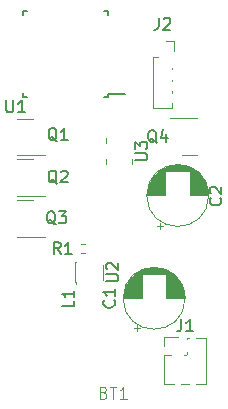
<source format=gbr>
%TF.GenerationSoftware,KiCad,Pcbnew,7.0.7*%
%TF.CreationDate,2024-03-31T00:03:08-06:00*%
%TF.ProjectId,timer,74696d65-722e-46b6-9963-61645f706362,rev?*%
%TF.SameCoordinates,Original*%
%TF.FileFunction,Legend,Top*%
%TF.FilePolarity,Positive*%
%FSLAX46Y46*%
G04 Gerber Fmt 4.6, Leading zero omitted, Abs format (unit mm)*
G04 Created by KiCad (PCBNEW 7.0.7) date 2024-03-31 00:03:08*
%MOMM*%
%LPD*%
G01*
G04 APERTURE LIST*
%ADD10C,0.150000*%
%ADD11C,0.100000*%
%ADD12C,0.120000*%
G04 APERTURE END LIST*
D10*
X219215897Y-87804831D02*
X219120659Y-87757212D01*
X219120659Y-87757212D02*
X219025421Y-87661974D01*
X219025421Y-87661974D02*
X218882564Y-87519116D01*
X218882564Y-87519116D02*
X218787326Y-87471497D01*
X218787326Y-87471497D02*
X218692088Y-87471497D01*
X218739707Y-87709593D02*
X218644469Y-87661974D01*
X218644469Y-87661974D02*
X218549231Y-87566735D01*
X218549231Y-87566735D02*
X218501612Y-87376259D01*
X218501612Y-87376259D02*
X218501612Y-87042926D01*
X218501612Y-87042926D02*
X218549231Y-86852450D01*
X218549231Y-86852450D02*
X218644469Y-86757212D01*
X218644469Y-86757212D02*
X218739707Y-86709593D01*
X218739707Y-86709593D02*
X218930183Y-86709593D01*
X218930183Y-86709593D02*
X219025421Y-86757212D01*
X219025421Y-86757212D02*
X219120659Y-86852450D01*
X219120659Y-86852450D02*
X219168278Y-87042926D01*
X219168278Y-87042926D02*
X219168278Y-87376259D01*
X219168278Y-87376259D02*
X219120659Y-87566735D01*
X219120659Y-87566735D02*
X219025421Y-87661974D01*
X219025421Y-87661974D02*
X218930183Y-87709593D01*
X218930183Y-87709593D02*
X218739707Y-87709593D01*
X220025421Y-87042926D02*
X220025421Y-87709593D01*
X219787326Y-86661974D02*
X219549231Y-87376259D01*
X219549231Y-87376259D02*
X220168278Y-87376259D01*
X210654761Y-94700057D02*
X210559523Y-94652438D01*
X210559523Y-94652438D02*
X210464285Y-94557200D01*
X210464285Y-94557200D02*
X210321428Y-94414342D01*
X210321428Y-94414342D02*
X210226190Y-94366723D01*
X210226190Y-94366723D02*
X210130952Y-94366723D01*
X210178571Y-94604819D02*
X210083333Y-94557200D01*
X210083333Y-94557200D02*
X209988095Y-94461961D01*
X209988095Y-94461961D02*
X209940476Y-94271485D01*
X209940476Y-94271485D02*
X209940476Y-93938152D01*
X209940476Y-93938152D02*
X209988095Y-93747676D01*
X209988095Y-93747676D02*
X210083333Y-93652438D01*
X210083333Y-93652438D02*
X210178571Y-93604819D01*
X210178571Y-93604819D02*
X210369047Y-93604819D01*
X210369047Y-93604819D02*
X210464285Y-93652438D01*
X210464285Y-93652438D02*
X210559523Y-93747676D01*
X210559523Y-93747676D02*
X210607142Y-93938152D01*
X210607142Y-93938152D02*
X210607142Y-94271485D01*
X210607142Y-94271485D02*
X210559523Y-94461961D01*
X210559523Y-94461961D02*
X210464285Y-94557200D01*
X210464285Y-94557200D02*
X210369047Y-94604819D01*
X210369047Y-94604819D02*
X210178571Y-94604819D01*
X210940476Y-93604819D02*
X211559523Y-93604819D01*
X211559523Y-93604819D02*
X211226190Y-93985771D01*
X211226190Y-93985771D02*
X211369047Y-93985771D01*
X211369047Y-93985771D02*
X211464285Y-94033390D01*
X211464285Y-94033390D02*
X211511904Y-94081009D01*
X211511904Y-94081009D02*
X211559523Y-94176247D01*
X211559523Y-94176247D02*
X211559523Y-94414342D01*
X211559523Y-94414342D02*
X211511904Y-94509580D01*
X211511904Y-94509580D02*
X211464285Y-94557200D01*
X211464285Y-94557200D02*
X211369047Y-94604819D01*
X211369047Y-94604819D02*
X211083333Y-94604819D01*
X211083333Y-94604819D02*
X210988095Y-94557200D01*
X210988095Y-94557200D02*
X210940476Y-94509580D01*
X206488095Y-84204819D02*
X206488095Y-85014342D01*
X206488095Y-85014342D02*
X206535714Y-85109580D01*
X206535714Y-85109580D02*
X206583333Y-85157200D01*
X206583333Y-85157200D02*
X206678571Y-85204819D01*
X206678571Y-85204819D02*
X206869047Y-85204819D01*
X206869047Y-85204819D02*
X206964285Y-85157200D01*
X206964285Y-85157200D02*
X207011904Y-85109580D01*
X207011904Y-85109580D02*
X207059523Y-85014342D01*
X207059523Y-85014342D02*
X207059523Y-84204819D01*
X208059523Y-85204819D02*
X207488095Y-85204819D01*
X207773809Y-85204819D02*
X207773809Y-84204819D01*
X207773809Y-84204819D02*
X207678571Y-84347676D01*
X207678571Y-84347676D02*
X207583333Y-84442914D01*
X207583333Y-84442914D02*
X207488095Y-84490533D01*
X210779761Y-87650057D02*
X210684523Y-87602438D01*
X210684523Y-87602438D02*
X210589285Y-87507200D01*
X210589285Y-87507200D02*
X210446428Y-87364342D01*
X210446428Y-87364342D02*
X210351190Y-87316723D01*
X210351190Y-87316723D02*
X210255952Y-87316723D01*
X210303571Y-87554819D02*
X210208333Y-87507200D01*
X210208333Y-87507200D02*
X210113095Y-87411961D01*
X210113095Y-87411961D02*
X210065476Y-87221485D01*
X210065476Y-87221485D02*
X210065476Y-86888152D01*
X210065476Y-86888152D02*
X210113095Y-86697676D01*
X210113095Y-86697676D02*
X210208333Y-86602438D01*
X210208333Y-86602438D02*
X210303571Y-86554819D01*
X210303571Y-86554819D02*
X210494047Y-86554819D01*
X210494047Y-86554819D02*
X210589285Y-86602438D01*
X210589285Y-86602438D02*
X210684523Y-86697676D01*
X210684523Y-86697676D02*
X210732142Y-86888152D01*
X210732142Y-86888152D02*
X210732142Y-87221485D01*
X210732142Y-87221485D02*
X210684523Y-87411961D01*
X210684523Y-87411961D02*
X210589285Y-87507200D01*
X210589285Y-87507200D02*
X210494047Y-87554819D01*
X210494047Y-87554819D02*
X210303571Y-87554819D01*
X211684523Y-87554819D02*
X211113095Y-87554819D01*
X211398809Y-87554819D02*
X211398809Y-86554819D01*
X211398809Y-86554819D02*
X211303571Y-86697676D01*
X211303571Y-86697676D02*
X211208333Y-86792914D01*
X211208333Y-86792914D02*
X211113095Y-86840533D01*
X224609580Y-92461553D02*
X224657200Y-92509172D01*
X224657200Y-92509172D02*
X224704819Y-92652029D01*
X224704819Y-92652029D02*
X224704819Y-92747267D01*
X224704819Y-92747267D02*
X224657200Y-92890124D01*
X224657200Y-92890124D02*
X224561961Y-92985362D01*
X224561961Y-92985362D02*
X224466723Y-93032981D01*
X224466723Y-93032981D02*
X224276247Y-93080600D01*
X224276247Y-93080600D02*
X224133390Y-93080600D01*
X224133390Y-93080600D02*
X223942914Y-93032981D01*
X223942914Y-93032981D02*
X223847676Y-92985362D01*
X223847676Y-92985362D02*
X223752438Y-92890124D01*
X223752438Y-92890124D02*
X223704819Y-92747267D01*
X223704819Y-92747267D02*
X223704819Y-92652029D01*
X223704819Y-92652029D02*
X223752438Y-92509172D01*
X223752438Y-92509172D02*
X223800057Y-92461553D01*
X223800057Y-92080600D02*
X223752438Y-92032981D01*
X223752438Y-92032981D02*
X223704819Y-91937743D01*
X223704819Y-91937743D02*
X223704819Y-91699648D01*
X223704819Y-91699648D02*
X223752438Y-91604410D01*
X223752438Y-91604410D02*
X223800057Y-91556791D01*
X223800057Y-91556791D02*
X223895295Y-91509172D01*
X223895295Y-91509172D02*
X223990533Y-91509172D01*
X223990533Y-91509172D02*
X224133390Y-91556791D01*
X224133390Y-91556791D02*
X224704819Y-92128219D01*
X224704819Y-92128219D02*
X224704819Y-91509172D01*
X217404819Y-89261904D02*
X218214342Y-89261904D01*
X218214342Y-89261904D02*
X218309580Y-89214285D01*
X218309580Y-89214285D02*
X218357200Y-89166666D01*
X218357200Y-89166666D02*
X218404819Y-89071428D01*
X218404819Y-89071428D02*
X218404819Y-88880952D01*
X218404819Y-88880952D02*
X218357200Y-88785714D01*
X218357200Y-88785714D02*
X218309580Y-88738095D01*
X218309580Y-88738095D02*
X218214342Y-88690476D01*
X218214342Y-88690476D02*
X217404819Y-88690476D01*
X217404819Y-88309523D02*
X217404819Y-87690476D01*
X217404819Y-87690476D02*
X217785771Y-88023809D01*
X217785771Y-88023809D02*
X217785771Y-87880952D01*
X217785771Y-87880952D02*
X217833390Y-87785714D01*
X217833390Y-87785714D02*
X217881009Y-87738095D01*
X217881009Y-87738095D02*
X217976247Y-87690476D01*
X217976247Y-87690476D02*
X218214342Y-87690476D01*
X218214342Y-87690476D02*
X218309580Y-87738095D01*
X218309580Y-87738095D02*
X218357200Y-87785714D01*
X218357200Y-87785714D02*
X218404819Y-87880952D01*
X218404819Y-87880952D02*
X218404819Y-88166666D01*
X218404819Y-88166666D02*
X218357200Y-88261904D01*
X218357200Y-88261904D02*
X218309580Y-88309523D01*
X221301666Y-102739819D02*
X221301666Y-103454104D01*
X221301666Y-103454104D02*
X221254047Y-103596961D01*
X221254047Y-103596961D02*
X221158809Y-103692200D01*
X221158809Y-103692200D02*
X221015952Y-103739819D01*
X221015952Y-103739819D02*
X220920714Y-103739819D01*
X222301666Y-103739819D02*
X221730238Y-103739819D01*
X222015952Y-103739819D02*
X222015952Y-102739819D01*
X222015952Y-102739819D02*
X221920714Y-102882676D01*
X221920714Y-102882676D02*
X221825476Y-102977914D01*
X221825476Y-102977914D02*
X221730238Y-103025533D01*
X210779761Y-91250057D02*
X210684523Y-91202438D01*
X210684523Y-91202438D02*
X210589285Y-91107200D01*
X210589285Y-91107200D02*
X210446428Y-90964342D01*
X210446428Y-90964342D02*
X210351190Y-90916723D01*
X210351190Y-90916723D02*
X210255952Y-90916723D01*
X210303571Y-91154819D02*
X210208333Y-91107200D01*
X210208333Y-91107200D02*
X210113095Y-91011961D01*
X210113095Y-91011961D02*
X210065476Y-90821485D01*
X210065476Y-90821485D02*
X210065476Y-90488152D01*
X210065476Y-90488152D02*
X210113095Y-90297676D01*
X210113095Y-90297676D02*
X210208333Y-90202438D01*
X210208333Y-90202438D02*
X210303571Y-90154819D01*
X210303571Y-90154819D02*
X210494047Y-90154819D01*
X210494047Y-90154819D02*
X210589285Y-90202438D01*
X210589285Y-90202438D02*
X210684523Y-90297676D01*
X210684523Y-90297676D02*
X210732142Y-90488152D01*
X210732142Y-90488152D02*
X210732142Y-90821485D01*
X210732142Y-90821485D02*
X210684523Y-91011961D01*
X210684523Y-91011961D02*
X210589285Y-91107200D01*
X210589285Y-91107200D02*
X210494047Y-91154819D01*
X210494047Y-91154819D02*
X210303571Y-91154819D01*
X211113095Y-90250057D02*
X211160714Y-90202438D01*
X211160714Y-90202438D02*
X211255952Y-90154819D01*
X211255952Y-90154819D02*
X211494047Y-90154819D01*
X211494047Y-90154819D02*
X211589285Y-90202438D01*
X211589285Y-90202438D02*
X211636904Y-90250057D01*
X211636904Y-90250057D02*
X211684523Y-90345295D01*
X211684523Y-90345295D02*
X211684523Y-90440533D01*
X211684523Y-90440533D02*
X211636904Y-90583390D01*
X211636904Y-90583390D02*
X211065476Y-91154819D01*
X211065476Y-91154819D02*
X211684523Y-91154819D01*
X212204819Y-101166666D02*
X212204819Y-101642856D01*
X212204819Y-101642856D02*
X211204819Y-101642856D01*
X212204819Y-100309523D02*
X212204819Y-100880951D01*
X212204819Y-100595237D02*
X211204819Y-100595237D01*
X211204819Y-100595237D02*
X211347676Y-100690475D01*
X211347676Y-100690475D02*
X211442914Y-100785713D01*
X211442914Y-100785713D02*
X211490533Y-100880951D01*
X215609580Y-101121779D02*
X215657200Y-101169398D01*
X215657200Y-101169398D02*
X215704819Y-101312255D01*
X215704819Y-101312255D02*
X215704819Y-101407493D01*
X215704819Y-101407493D02*
X215657200Y-101550350D01*
X215657200Y-101550350D02*
X215561961Y-101645588D01*
X215561961Y-101645588D02*
X215466723Y-101693207D01*
X215466723Y-101693207D02*
X215276247Y-101740826D01*
X215276247Y-101740826D02*
X215133390Y-101740826D01*
X215133390Y-101740826D02*
X214942914Y-101693207D01*
X214942914Y-101693207D02*
X214847676Y-101645588D01*
X214847676Y-101645588D02*
X214752438Y-101550350D01*
X214752438Y-101550350D02*
X214704819Y-101407493D01*
X214704819Y-101407493D02*
X214704819Y-101312255D01*
X214704819Y-101312255D02*
X214752438Y-101169398D01*
X214752438Y-101169398D02*
X214800057Y-101121779D01*
X215704819Y-100169398D02*
X215704819Y-100740826D01*
X215704819Y-100455112D02*
X214704819Y-100455112D01*
X214704819Y-100455112D02*
X214847676Y-100550350D01*
X214847676Y-100550350D02*
X214942914Y-100645588D01*
X214942914Y-100645588D02*
X214990533Y-100740826D01*
X214954819Y-99511904D02*
X215764342Y-99511904D01*
X215764342Y-99511904D02*
X215859580Y-99464285D01*
X215859580Y-99464285D02*
X215907200Y-99416666D01*
X215907200Y-99416666D02*
X215954819Y-99321428D01*
X215954819Y-99321428D02*
X215954819Y-99130952D01*
X215954819Y-99130952D02*
X215907200Y-99035714D01*
X215907200Y-99035714D02*
X215859580Y-98988095D01*
X215859580Y-98988095D02*
X215764342Y-98940476D01*
X215764342Y-98940476D02*
X214954819Y-98940476D01*
X215050057Y-98511904D02*
X215002438Y-98464285D01*
X215002438Y-98464285D02*
X214954819Y-98369047D01*
X214954819Y-98369047D02*
X214954819Y-98130952D01*
X214954819Y-98130952D02*
X215002438Y-98035714D01*
X215002438Y-98035714D02*
X215050057Y-97988095D01*
X215050057Y-97988095D02*
X215145295Y-97940476D01*
X215145295Y-97940476D02*
X215240533Y-97940476D01*
X215240533Y-97940476D02*
X215383390Y-97988095D01*
X215383390Y-97988095D02*
X215954819Y-98559523D01*
X215954819Y-98559523D02*
X215954819Y-97940476D01*
D11*
X214714285Y-108933609D02*
X214857142Y-108981228D01*
X214857142Y-108981228D02*
X214904761Y-109028847D01*
X214904761Y-109028847D02*
X214952380Y-109124085D01*
X214952380Y-109124085D02*
X214952380Y-109266942D01*
X214952380Y-109266942D02*
X214904761Y-109362180D01*
X214904761Y-109362180D02*
X214857142Y-109409800D01*
X214857142Y-109409800D02*
X214761904Y-109457419D01*
X214761904Y-109457419D02*
X214380952Y-109457419D01*
X214380952Y-109457419D02*
X214380952Y-108457419D01*
X214380952Y-108457419D02*
X214714285Y-108457419D01*
X214714285Y-108457419D02*
X214809523Y-108505038D01*
X214809523Y-108505038D02*
X214857142Y-108552657D01*
X214857142Y-108552657D02*
X214904761Y-108647895D01*
X214904761Y-108647895D02*
X214904761Y-108743133D01*
X214904761Y-108743133D02*
X214857142Y-108838371D01*
X214857142Y-108838371D02*
X214809523Y-108885990D01*
X214809523Y-108885990D02*
X214714285Y-108933609D01*
X214714285Y-108933609D02*
X214380952Y-108933609D01*
X215238095Y-108457419D02*
X215809523Y-108457419D01*
X215523809Y-109457419D02*
X215523809Y-108457419D01*
X216666666Y-109457419D02*
X216095238Y-109457419D01*
X216380952Y-109457419D02*
X216380952Y-108457419D01*
X216380952Y-108457419D02*
X216285714Y-108600276D01*
X216285714Y-108600276D02*
X216190476Y-108695514D01*
X216190476Y-108695514D02*
X216095238Y-108743133D01*
D10*
X219376666Y-77204819D02*
X219376666Y-77919104D01*
X219376666Y-77919104D02*
X219329047Y-78061961D01*
X219329047Y-78061961D02*
X219233809Y-78157200D01*
X219233809Y-78157200D02*
X219090952Y-78204819D01*
X219090952Y-78204819D02*
X218995714Y-78204819D01*
X219805238Y-77300057D02*
X219852857Y-77252438D01*
X219852857Y-77252438D02*
X219948095Y-77204819D01*
X219948095Y-77204819D02*
X220186190Y-77204819D01*
X220186190Y-77204819D02*
X220281428Y-77252438D01*
X220281428Y-77252438D02*
X220329047Y-77300057D01*
X220329047Y-77300057D02*
X220376666Y-77395295D01*
X220376666Y-77395295D02*
X220376666Y-77490533D01*
X220376666Y-77490533D02*
X220329047Y-77633390D01*
X220329047Y-77633390D02*
X219757619Y-78204819D01*
X219757619Y-78204819D02*
X220376666Y-78204819D01*
X211083333Y-97204819D02*
X210750000Y-96728628D01*
X210511905Y-97204819D02*
X210511905Y-96204819D01*
X210511905Y-96204819D02*
X210892857Y-96204819D01*
X210892857Y-96204819D02*
X210988095Y-96252438D01*
X210988095Y-96252438D02*
X211035714Y-96300057D01*
X211035714Y-96300057D02*
X211083333Y-96395295D01*
X211083333Y-96395295D02*
X211083333Y-96538152D01*
X211083333Y-96538152D02*
X211035714Y-96633390D01*
X211035714Y-96633390D02*
X210988095Y-96681009D01*
X210988095Y-96681009D02*
X210892857Y-96728628D01*
X210892857Y-96728628D02*
X210511905Y-96728628D01*
X212035714Y-97204819D02*
X211464286Y-97204819D01*
X211750000Y-97204819D02*
X211750000Y-96204819D01*
X211750000Y-96204819D02*
X211654762Y-96347676D01*
X211654762Y-96347676D02*
X211559524Y-96442914D01*
X211559524Y-96442914D02*
X211464286Y-96490533D01*
D12*
%TO.C,Q4*%
X222000000Y-85690000D02*
X220325000Y-85690000D01*
X222000000Y-85690000D02*
X222650000Y-85690000D01*
X222000000Y-88810000D02*
X221350000Y-88810000D01*
X222000000Y-88810000D02*
X222650000Y-88810000D01*
%TO.C,Q3*%
X208062500Y-95760000D02*
X209737500Y-95760000D01*
X208062500Y-95760000D02*
X207412500Y-95760000D01*
X208062500Y-92640000D02*
X208712500Y-92640000D01*
X208062500Y-92640000D02*
X207412500Y-92640000D01*
D10*
%TO.C,U1*%
X215125000Y-83875000D02*
X215125000Y-83650000D01*
X215125000Y-83875000D02*
X214800000Y-83875000D01*
X215125000Y-83650000D02*
X216550000Y-83650000D01*
X215125000Y-76625000D02*
X215125000Y-76950000D01*
X215125000Y-76625000D02*
X214800000Y-76625000D01*
X207875000Y-83875000D02*
X208200000Y-83875000D01*
X207875000Y-83875000D02*
X207875000Y-83550000D01*
X207875000Y-76625000D02*
X208200000Y-76625000D01*
X207875000Y-76625000D02*
X207875000Y-76950000D01*
D12*
%TO.C,Q1*%
X208062500Y-88860000D02*
X209737500Y-88860000D01*
X208062500Y-88860000D02*
X207412500Y-88860000D01*
X208062500Y-85740000D02*
X208712500Y-85740000D01*
X208062500Y-85740000D02*
X207412500Y-85740000D01*
%TO.C,C2*%
X223620000Y-92250000D02*
G75*
G03*
X223620000Y-92250000I-2620000J0D01*
G01*
X220716000Y-89649000D02*
X221284000Y-89649000D01*
X220482000Y-89689000D02*
X221518000Y-89689000D01*
X220323000Y-89729000D02*
X221677000Y-89729000D01*
X220195000Y-89769000D02*
X221805000Y-89769000D01*
X220085000Y-89809000D02*
X221915000Y-89809000D01*
X219989000Y-89849000D02*
X222011000Y-89849000D01*
X219902000Y-89889000D02*
X222098000Y-89889000D01*
X219822000Y-89929000D02*
X222178000Y-89929000D01*
X219749000Y-89969000D02*
X222251000Y-89969000D01*
X219681000Y-90009000D02*
X222319000Y-90009000D01*
X219617000Y-90049000D02*
X222383000Y-90049000D01*
X219557000Y-90089000D02*
X222443000Y-90089000D01*
X219500000Y-90129000D02*
X222500000Y-90129000D01*
X219446000Y-90169000D02*
X222554000Y-90169000D01*
X219395000Y-90209000D02*
X222605000Y-90209000D01*
X222040000Y-90249000D02*
X222653000Y-90249000D01*
X219347000Y-90249000D02*
X219960000Y-90249000D01*
X222040000Y-90289000D02*
X222699000Y-90289000D01*
X219301000Y-90289000D02*
X219960000Y-90289000D01*
X222040000Y-90329000D02*
X222743000Y-90329000D01*
X219257000Y-90329000D02*
X219960000Y-90329000D01*
X222040000Y-90369000D02*
X222785000Y-90369000D01*
X219215000Y-90369000D02*
X219960000Y-90369000D01*
X222040000Y-90409000D02*
X222826000Y-90409000D01*
X219174000Y-90409000D02*
X219960000Y-90409000D01*
X222040000Y-90449000D02*
X222864000Y-90449000D01*
X219136000Y-90449000D02*
X219960000Y-90449000D01*
X222040000Y-90489000D02*
X222901000Y-90489000D01*
X219099000Y-90489000D02*
X219960000Y-90489000D01*
X222040000Y-90529000D02*
X222937000Y-90529000D01*
X219063000Y-90529000D02*
X219960000Y-90529000D01*
X222040000Y-90569000D02*
X222971000Y-90569000D01*
X219029000Y-90569000D02*
X219960000Y-90569000D01*
X222040000Y-90609000D02*
X223004000Y-90609000D01*
X218996000Y-90609000D02*
X219960000Y-90609000D01*
X222040000Y-90649000D02*
X223035000Y-90649000D01*
X218965000Y-90649000D02*
X219960000Y-90649000D01*
X222040000Y-90689000D02*
X223065000Y-90689000D01*
X218935000Y-90689000D02*
X219960000Y-90689000D01*
X222040000Y-90729000D02*
X223095000Y-90729000D01*
X218905000Y-90729000D02*
X219960000Y-90729000D01*
X222040000Y-90769000D02*
X223122000Y-90769000D01*
X218878000Y-90769000D02*
X219960000Y-90769000D01*
X222040000Y-90809000D02*
X223149000Y-90809000D01*
X218851000Y-90809000D02*
X219960000Y-90809000D01*
X222040000Y-90849000D02*
X223175000Y-90849000D01*
X218825000Y-90849000D02*
X219960000Y-90849000D01*
X222040000Y-90889000D02*
X223200000Y-90889000D01*
X218800000Y-90889000D02*
X219960000Y-90889000D01*
X222040000Y-90929000D02*
X223224000Y-90929000D01*
X218776000Y-90929000D02*
X219960000Y-90929000D01*
X222040000Y-90969000D02*
X223247000Y-90969000D01*
X218753000Y-90969000D02*
X219960000Y-90969000D01*
X222040000Y-91009000D02*
X223268000Y-91009000D01*
X218732000Y-91009000D02*
X219960000Y-91009000D01*
X222040000Y-91049000D02*
X223290000Y-91049000D01*
X218710000Y-91049000D02*
X219960000Y-91049000D01*
X222040000Y-91089000D02*
X223310000Y-91089000D01*
X218690000Y-91089000D02*
X219960000Y-91089000D01*
X222040000Y-91129000D02*
X223329000Y-91129000D01*
X218671000Y-91129000D02*
X219960000Y-91129000D01*
X222040000Y-91169000D02*
X223348000Y-91169000D01*
X218652000Y-91169000D02*
X219960000Y-91169000D01*
X222040000Y-91209000D02*
X223365000Y-91209000D01*
X218635000Y-91209000D02*
X219960000Y-91209000D01*
X222040000Y-91249000D02*
X223382000Y-91249000D01*
X218618000Y-91249000D02*
X219960000Y-91249000D01*
X222040000Y-91289000D02*
X223398000Y-91289000D01*
X218602000Y-91289000D02*
X219960000Y-91289000D01*
X222040000Y-91329000D02*
X223414000Y-91329000D01*
X218586000Y-91329000D02*
X219960000Y-91329000D01*
X222040000Y-91369000D02*
X223428000Y-91369000D01*
X218572000Y-91369000D02*
X219960000Y-91369000D01*
X222040000Y-91409000D02*
X223442000Y-91409000D01*
X218558000Y-91409000D02*
X219960000Y-91409000D01*
X222040000Y-91449000D02*
X223455000Y-91449000D01*
X218545000Y-91449000D02*
X219960000Y-91449000D01*
X222040000Y-91489000D02*
X223468000Y-91489000D01*
X218532000Y-91489000D02*
X219960000Y-91489000D01*
X222040000Y-91529000D02*
X223480000Y-91529000D01*
X218520000Y-91529000D02*
X219960000Y-91529000D01*
X222040000Y-91570000D02*
X223491000Y-91570000D01*
X218509000Y-91570000D02*
X219960000Y-91570000D01*
X222040000Y-91610000D02*
X223501000Y-91610000D01*
X218499000Y-91610000D02*
X219960000Y-91610000D01*
X222040000Y-91650000D02*
X223511000Y-91650000D01*
X218489000Y-91650000D02*
X219960000Y-91650000D01*
X222040000Y-91690000D02*
X223520000Y-91690000D01*
X218480000Y-91690000D02*
X219960000Y-91690000D01*
X222040000Y-91730000D02*
X223528000Y-91730000D01*
X218472000Y-91730000D02*
X219960000Y-91730000D01*
X222040000Y-91770000D02*
X223536000Y-91770000D01*
X218464000Y-91770000D02*
X219960000Y-91770000D01*
X222040000Y-91810000D02*
X223543000Y-91810000D01*
X218457000Y-91810000D02*
X219960000Y-91810000D01*
X222040000Y-91850000D02*
X223550000Y-91850000D01*
X218450000Y-91850000D02*
X219960000Y-91850000D01*
X222040000Y-91890000D02*
X223556000Y-91890000D01*
X218444000Y-91890000D02*
X219960000Y-91890000D01*
X222040000Y-91930000D02*
X223561000Y-91930000D01*
X218439000Y-91930000D02*
X219960000Y-91930000D01*
X222040000Y-91970000D02*
X223565000Y-91970000D01*
X218435000Y-91970000D02*
X219960000Y-91970000D01*
X222040000Y-92010000D02*
X223569000Y-92010000D01*
X218431000Y-92010000D02*
X219960000Y-92010000D01*
X222040000Y-92050000D02*
X223573000Y-92050000D01*
X218427000Y-92050000D02*
X219960000Y-92050000D01*
X222040000Y-92090000D02*
X223576000Y-92090000D01*
X218424000Y-92090000D02*
X219960000Y-92090000D01*
X222040000Y-92130000D02*
X223578000Y-92130000D01*
X218422000Y-92130000D02*
X219960000Y-92130000D01*
X222040000Y-92170000D02*
X223579000Y-92170000D01*
X218421000Y-92170000D02*
X219960000Y-92170000D01*
X222040000Y-92210000D02*
X223580000Y-92210000D01*
X218420000Y-92210000D02*
X219960000Y-92210000D01*
X222040000Y-92250000D02*
X223580000Y-92250000D01*
X218420000Y-92250000D02*
X219960000Y-92250000D01*
X219275000Y-94804775D02*
X219775000Y-94804775D01*
X219525000Y-95054775D02*
X219525000Y-94554775D01*
%TO.C,U3*%
X214890000Y-87815000D02*
X214890000Y-87390000D01*
X217110000Y-89185000D02*
X217110000Y-89610000D01*
X214890000Y-89185000D02*
X214890000Y-89610000D01*
%TO.C,J1*%
X219870000Y-104220000D02*
X221000000Y-104220000D01*
X219870000Y-104980000D02*
X219870000Y-104220000D01*
X219870000Y-105740000D02*
X219870000Y-108215000D01*
X219870000Y-105740000D02*
X220436529Y-105740000D01*
X219870000Y-108215000D02*
X220692470Y-108215000D01*
X221307530Y-108215000D02*
X221962470Y-108215000D01*
X221563471Y-105740000D02*
X221706529Y-105740000D01*
X221760000Y-104285000D02*
X221962470Y-104285000D01*
X221760000Y-104416529D02*
X221760000Y-104285000D01*
X221760000Y-105686529D02*
X221760000Y-105543471D01*
X222577530Y-104285000D02*
X223400000Y-104285000D01*
X222577530Y-108215000D02*
X223400000Y-108215000D01*
X223400000Y-104285000D02*
X223400000Y-108215000D01*
%TO.C,Q2*%
X208062500Y-92260000D02*
X209737500Y-92260000D01*
X208062500Y-92260000D02*
X207412500Y-92260000D01*
X208062500Y-89140000D02*
X208712500Y-89140000D01*
X208062500Y-89140000D02*
X207412500Y-89140000D01*
%TO.C,C1*%
X217525000Y-103759888D02*
X217525000Y-103259888D01*
X217275000Y-103509888D02*
X217775000Y-103509888D01*
X216420000Y-100955113D02*
X217960000Y-100955113D01*
X220040000Y-100955113D02*
X221580000Y-100955113D01*
X216420000Y-100915113D02*
X217960000Y-100915113D01*
X220040000Y-100915113D02*
X221580000Y-100915113D01*
X216421000Y-100875113D02*
X217960000Y-100875113D01*
X220040000Y-100875113D02*
X221579000Y-100875113D01*
X216422000Y-100835113D02*
X217960000Y-100835113D01*
X220040000Y-100835113D02*
X221578000Y-100835113D01*
X216424000Y-100795113D02*
X217960000Y-100795113D01*
X220040000Y-100795113D02*
X221576000Y-100795113D01*
X216427000Y-100755113D02*
X217960000Y-100755113D01*
X220040000Y-100755113D02*
X221573000Y-100755113D01*
X216431000Y-100715113D02*
X217960000Y-100715113D01*
X220040000Y-100715113D02*
X221569000Y-100715113D01*
X216435000Y-100675113D02*
X217960000Y-100675113D01*
X220040000Y-100675113D02*
X221565000Y-100675113D01*
X216439000Y-100635113D02*
X217960000Y-100635113D01*
X220040000Y-100635113D02*
X221561000Y-100635113D01*
X216444000Y-100595113D02*
X217960000Y-100595113D01*
X220040000Y-100595113D02*
X221556000Y-100595113D01*
X216450000Y-100555113D02*
X217960000Y-100555113D01*
X220040000Y-100555113D02*
X221550000Y-100555113D01*
X216457000Y-100515113D02*
X217960000Y-100515113D01*
X220040000Y-100515113D02*
X221543000Y-100515113D01*
X216464000Y-100475113D02*
X217960000Y-100475113D01*
X220040000Y-100475113D02*
X221536000Y-100475113D01*
X216472000Y-100435113D02*
X217960000Y-100435113D01*
X220040000Y-100435113D02*
X221528000Y-100435113D01*
X216480000Y-100395113D02*
X217960000Y-100395113D01*
X220040000Y-100395113D02*
X221520000Y-100395113D01*
X216489000Y-100355113D02*
X217960000Y-100355113D01*
X220040000Y-100355113D02*
X221511000Y-100355113D01*
X216499000Y-100315113D02*
X217960000Y-100315113D01*
X220040000Y-100315113D02*
X221501000Y-100315113D01*
X216509000Y-100275113D02*
X217960000Y-100275113D01*
X220040000Y-100275113D02*
X221491000Y-100275113D01*
X216520000Y-100234113D02*
X217960000Y-100234113D01*
X220040000Y-100234113D02*
X221480000Y-100234113D01*
X216532000Y-100194113D02*
X217960000Y-100194113D01*
X220040000Y-100194113D02*
X221468000Y-100194113D01*
X216545000Y-100154113D02*
X217960000Y-100154113D01*
X220040000Y-100154113D02*
X221455000Y-100154113D01*
X216558000Y-100114113D02*
X217960000Y-100114113D01*
X220040000Y-100114113D02*
X221442000Y-100114113D01*
X216572000Y-100074113D02*
X217960000Y-100074113D01*
X220040000Y-100074113D02*
X221428000Y-100074113D01*
X216586000Y-100034113D02*
X217960000Y-100034113D01*
X220040000Y-100034113D02*
X221414000Y-100034113D01*
X216602000Y-99994113D02*
X217960000Y-99994113D01*
X220040000Y-99994113D02*
X221398000Y-99994113D01*
X216618000Y-99954113D02*
X217960000Y-99954113D01*
X220040000Y-99954113D02*
X221382000Y-99954113D01*
X216635000Y-99914113D02*
X217960000Y-99914113D01*
X220040000Y-99914113D02*
X221365000Y-99914113D01*
X216652000Y-99874113D02*
X217960000Y-99874113D01*
X220040000Y-99874113D02*
X221348000Y-99874113D01*
X216671000Y-99834113D02*
X217960000Y-99834113D01*
X220040000Y-99834113D02*
X221329000Y-99834113D01*
X216690000Y-99794113D02*
X217960000Y-99794113D01*
X220040000Y-99794113D02*
X221310000Y-99794113D01*
X216710000Y-99754113D02*
X217960000Y-99754113D01*
X220040000Y-99754113D02*
X221290000Y-99754113D01*
X216732000Y-99714113D02*
X217960000Y-99714113D01*
X220040000Y-99714113D02*
X221268000Y-99714113D01*
X216753000Y-99674113D02*
X217960000Y-99674113D01*
X220040000Y-99674113D02*
X221247000Y-99674113D01*
X216776000Y-99634113D02*
X217960000Y-99634113D01*
X220040000Y-99634113D02*
X221224000Y-99634113D01*
X216800000Y-99594113D02*
X217960000Y-99594113D01*
X220040000Y-99594113D02*
X221200000Y-99594113D01*
X216825000Y-99554113D02*
X217960000Y-99554113D01*
X220040000Y-99554113D02*
X221175000Y-99554113D01*
X216851000Y-99514113D02*
X217960000Y-99514113D01*
X220040000Y-99514113D02*
X221149000Y-99514113D01*
X216878000Y-99474113D02*
X217960000Y-99474113D01*
X220040000Y-99474113D02*
X221122000Y-99474113D01*
X216905000Y-99434113D02*
X217960000Y-99434113D01*
X220040000Y-99434113D02*
X221095000Y-99434113D01*
X216935000Y-99394113D02*
X217960000Y-99394113D01*
X220040000Y-99394113D02*
X221065000Y-99394113D01*
X216965000Y-99354113D02*
X217960000Y-99354113D01*
X220040000Y-99354113D02*
X221035000Y-99354113D01*
X216996000Y-99314113D02*
X217960000Y-99314113D01*
X220040000Y-99314113D02*
X221004000Y-99314113D01*
X217029000Y-99274113D02*
X217960000Y-99274113D01*
X220040000Y-99274113D02*
X220971000Y-99274113D01*
X217063000Y-99234113D02*
X217960000Y-99234113D01*
X220040000Y-99234113D02*
X220937000Y-99234113D01*
X217099000Y-99194113D02*
X217960000Y-99194113D01*
X220040000Y-99194113D02*
X220901000Y-99194113D01*
X217136000Y-99154113D02*
X217960000Y-99154113D01*
X220040000Y-99154113D02*
X220864000Y-99154113D01*
X217174000Y-99114113D02*
X217960000Y-99114113D01*
X220040000Y-99114113D02*
X220826000Y-99114113D01*
X217215000Y-99074113D02*
X217960000Y-99074113D01*
X220040000Y-99074113D02*
X220785000Y-99074113D01*
X217257000Y-99034113D02*
X217960000Y-99034113D01*
X220040000Y-99034113D02*
X220743000Y-99034113D01*
X217301000Y-98994113D02*
X217960000Y-98994113D01*
X220040000Y-98994113D02*
X220699000Y-98994113D01*
X217347000Y-98954113D02*
X217960000Y-98954113D01*
X220040000Y-98954113D02*
X220653000Y-98954113D01*
X217395000Y-98914113D02*
X220605000Y-98914113D01*
X217446000Y-98874113D02*
X220554000Y-98874113D01*
X217500000Y-98834113D02*
X220500000Y-98834113D01*
X217557000Y-98794113D02*
X220443000Y-98794113D01*
X217617000Y-98754113D02*
X220383000Y-98754113D01*
X217681000Y-98714113D02*
X220319000Y-98714113D01*
X217749000Y-98674113D02*
X220251000Y-98674113D01*
X217822000Y-98634113D02*
X220178000Y-98634113D01*
X217902000Y-98594113D02*
X220098000Y-98594113D01*
X217989000Y-98554113D02*
X220011000Y-98554113D01*
X218085000Y-98514113D02*
X219915000Y-98514113D01*
X218195000Y-98474113D02*
X219805000Y-98474113D01*
X218323000Y-98434113D02*
X219677000Y-98434113D01*
X218482000Y-98394113D02*
X219518000Y-98394113D01*
X218716000Y-98354113D02*
X219284000Y-98354113D01*
X221620000Y-100955113D02*
G75*
G03*
X221620000Y-100955113I-2620000J0D01*
G01*
%TO.C,U2*%
X212300000Y-99550000D02*
X212300000Y-97900000D01*
X212425000Y-99550000D02*
X212425000Y-99750000D01*
X212425000Y-99550000D02*
X212300000Y-99550000D01*
X214700000Y-98100000D02*
X214700000Y-99400000D01*
X212300000Y-97900000D02*
X212425000Y-97900000D01*
%TO.C,J2*%
X218900000Y-80500000D02*
X218900000Y-84810000D01*
X218900000Y-80500000D02*
X219315000Y-80500000D01*
X218900000Y-84810000D02*
X220520000Y-84810000D01*
X220000000Y-79190000D02*
X220685000Y-79190000D01*
X220520000Y-81445898D02*
X220520000Y-81554102D01*
X220520000Y-82445898D02*
X220520000Y-82554102D01*
X220520000Y-83445898D02*
X220520000Y-83554102D01*
X220520000Y-84445898D02*
X220520000Y-84810000D01*
X220685000Y-79190000D02*
X220685000Y-80000000D01*
%TO.C,R1*%
X213153641Y-97130000D02*
X212846359Y-97130000D01*
X213153641Y-96370000D02*
X212846359Y-96370000D01*
%TD*%
M02*

</source>
